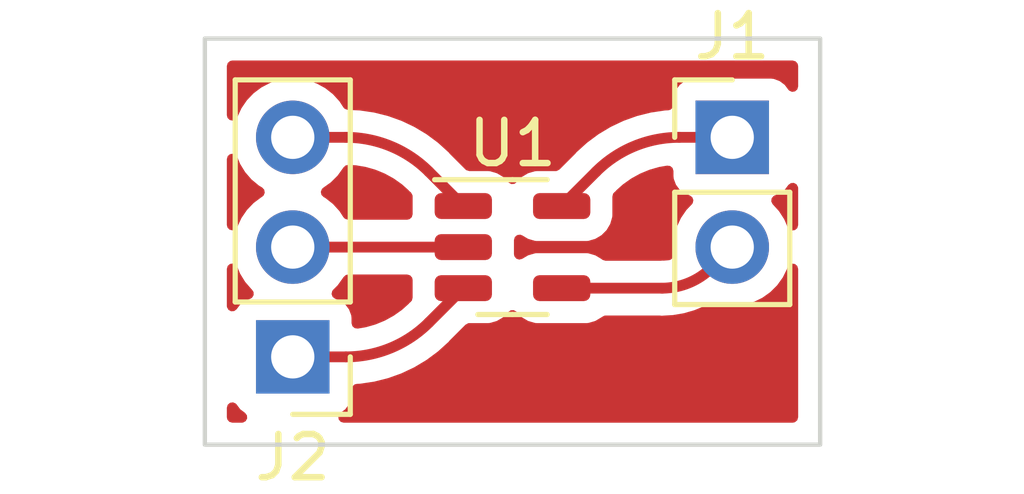
<source format=kicad_pcb>
(kicad_pcb (version 20211014) (generator pcbnew)
  (layers (0 "F.Cu" signal) (31 "B.Cu" signal) (34 "B.Paste" user) (35 "F.Paste" user) (36 "B.SilkS" user "B.Silkscreen") (37 "F.SilkS" user "F.Silkscreen") (38 "B.Mask" user) (39 "F.Mask" user) (44 "Edge.Cuts" user))
  (net 0 "")
  (net 1 "Net-(J1-Pad1)")
  (net 2 "Net-(J2-Pad1)")
  (net 3 "Net-(J2-Pad2)")
  (net 4 "Net-(J2-Pad3)")
  (net 5 "Net-(U1-Pad4)")
  (footprint "Connector_PinHeader_2.54mm:PinHeader_1x03_P2.54mm_Vertical" (layer "F.Cu") (at 132.08 93.98 180)
    (fp_text reference "J2" (at 0 -2.33) (layer "F.SilkS"))
    (fp_text value "Conn_01x03_Male")
    (fp_line (start -1.33 1.27) (end 1.33 1.27) (layer "F.SilkS") (width 0.12))
    (fp_line (start -1.33 1.27) (end -1.33 6.41) (layer "F.SilkS") (width 0.12))
    (fp_line (start 1.33 1.27) (end 1.33 6.41) (layer "F.SilkS") (width 0.12))
    (fp_line (start -1.33 -1.33) (end 0 -1.33) (layer "F.SilkS") (width 0.12))
    (fp_line (start -1.33 0) (end -1.33 -1.33) (layer "F.SilkS") (width 0.12))
    (fp_line (start -1.33 6.41) (end 1.33 6.41) (layer "F.SilkS") (width 0.12))
    (pad "1" thru_hole rect (at 0 0 180) (size 1.7 1.7) (drill 1) (layers *.Cu *.Mask) (net 2 "Net-(J2-Pad1)"))
    (pad "2" thru_hole oval (at 0 2.54 180) (size 1.7 1.7) (drill 1) (layers *.Cu *.Mask) (net 3 "Net-(J2-Pad2)"))
    (pad "3" thru_hole oval (at 0 5.08 180) (size 1.7 1.7) (drill 1) (layers *.Cu *.Mask) (net 4 "Net-(J2-Pad3)"))
  )
  (footprint "Package_TO_SOT_SMD:SOT-23-5" (layer "F.Cu") (at 137.16 91.44)
    (fp_text reference "U1" (at 0 -2.4) (layer "F.SilkS"))
    (fp_text value "LMH6609MF")
    (fp_line (start 0 -1.56) (end 0.8 -1.56) (layer "F.SilkS") (width 0.12))
    (fp_line (start 0 1.56) (end 0.8 1.56) (layer "F.SilkS") (width 0.12))
    (fp_line (start 0 -1.56) (end -1.8 -1.56) (layer "F.SilkS") (width 0.12))
    (fp_line (start 0 1.56) (end -0.8 1.56) (layer "F.SilkS") (width 0.12))
    (pad "1" smd roundrect (at -1.1375 -0.95) (size 1.325 0.6) (layers "F.Cu" "F.Paste" "F.Mask") (net 4 "Net-(J2-Pad3)"))
    (pad "2" smd roundrect (at -1.1375 0) (size 1.325 0.6) (layers "F.Cu" "F.Paste" "F.Mask") (net 3 "Net-(J2-Pad2)"))
    (pad "3" smd roundrect (at -1.1375 0.95) (size 1.325 0.6) (layers "F.Cu" "F.Paste" "F.Mask") (net 2 "Net-(J2-Pad1)"))
    (pad "4" smd roundrect (at 1.1375 0.95) (size 1.325 0.6) (layers "F.Cu" "F.Paste" "F.Mask") (net 5 "Net-(U1-Pad4)"))
    (pad "5" smd roundrect (at 1.1375 -0.95) (size 1.325 0.6) (layers "F.Cu" "F.Paste" "F.Mask") (net 1 "Net-(J1-Pad1)"))
  )
  (footprint "Connector_PinHeader_2.54mm:PinHeader_1x02_P2.54mm_Vertical" (layer "F.Cu") (at 142.24 88.9)
    (fp_text reference "J1" (at 0 -2.33) (layer "F.SilkS"))
    (fp_text value "Conn_01x02_Male")
    (fp_line (start -1.33 1.27) (end 1.33 1.27) (layer "F.SilkS") (width 0.12))
    (fp_line (start -1.33 -1.33) (end 0 -1.33) (layer "F.SilkS") (width 0.12))
    (fp_line (start -1.33 1.27) (end -1.33 3.87) (layer "F.SilkS") (width 0.12))
    (fp_line (start -1.33 0) (end -1.33 -1.33) (layer "F.SilkS") (width 0.12))
    (fp_line (start 1.33 1.27) (end 1.33 3.87) (layer "F.SilkS") (width 0.12))
    (fp_line (start -1.33 3.87) (end 1.33 3.87) (layer "F.SilkS") (width 0.12))
    (pad "1" thru_hole rect (at 0 0) (size 1.7 1.7) (drill 1) (layers *.Cu *.Mask) (net 1 "Net-(J1-Pad1)"))
    (pad "2" thru_hole oval (at 0 2.54) (size 1.7 1.7) (drill 1) (layers *.Cu *.Mask) (net 5 "Net-(U1-Pad4)"))
  )
  (gr_rect (start 130.048 86.614) (end 144.272 96.012) (layer "Edge.Cuts") (width 0.1) (fill none))
  (segment (start 141.011799 88.9) (end 142.24 88.9) (width 0.25) (layer "F.Cu") (net 1))
  (segment (start 139.0925 89.695) (end 138.2975 90.49) (width 0.25) (layer "F.Cu") (net 1))
  (arc (start 141.011799 88.9) (mid 139.973082 89.106613) (end 139.0925 89.695) (width 0.25) (layer "F.Cu") (net 1))
  (segment (start 135.2275 93.185) (end 136.0225 92.39) (width 0.25) (layer "F.Cu") (net 2))
  (segment (start 133.3082 93.98) (end 132.08 93.98) (width 0.25) (layer "F.Cu") (net 2))
  (arc (start 135.2275 93.185) (mid 134.346917 93.773386) (end 133.3082 93.98) (width 0.25) (layer "F.Cu") (net 2))
  (segment (start 136.0225 91.44) (end 132.08 91.44) (width 0.25) (layer "F.Cu") (net 3))
  (segment (start 133.3082 88.9) (end 132.08 88.9) (width 0.25) (layer "F.Cu") (net 4))
  (segment (start 135.2275 89.695) (end 136.0225 90.49) (width 0.25) (layer "F.Cu") (net 4))
  (arc (start 135.2275 89.695) (mid 134.346917 89.106613) (end 133.3082 88.9) (width 0.25) (layer "F.Cu") (net 4))
  (segment (start 141.765 91.915) (end 142.24 91.44) (width 0.25) (layer "F.Cu") (net 5))
  (segment (start 140.618248 92.39) (end 138.2975 92.39) (width 0.25) (layer "F.Cu") (net 5))
  (arc (start 141.765 91.915) (mid 141.238865 92.266551) (end 140.618248 92.39) (width 0.25) (layer "F.Cu") (net 5))
  (zone (net 0) (net_name "") (layer "F.Cu") (connect_pads (clearance 0.508)) (min_thickness 0.254) (fill yes (thermal_gap 0.508) (thermal_bridge_width 0.508))
    (polygon (pts (xy 144.272 96.012) (xy 130.048 96.012) (xy 130.048 86.614) (xy 144.272 86.614)))
  )
)
</source>
